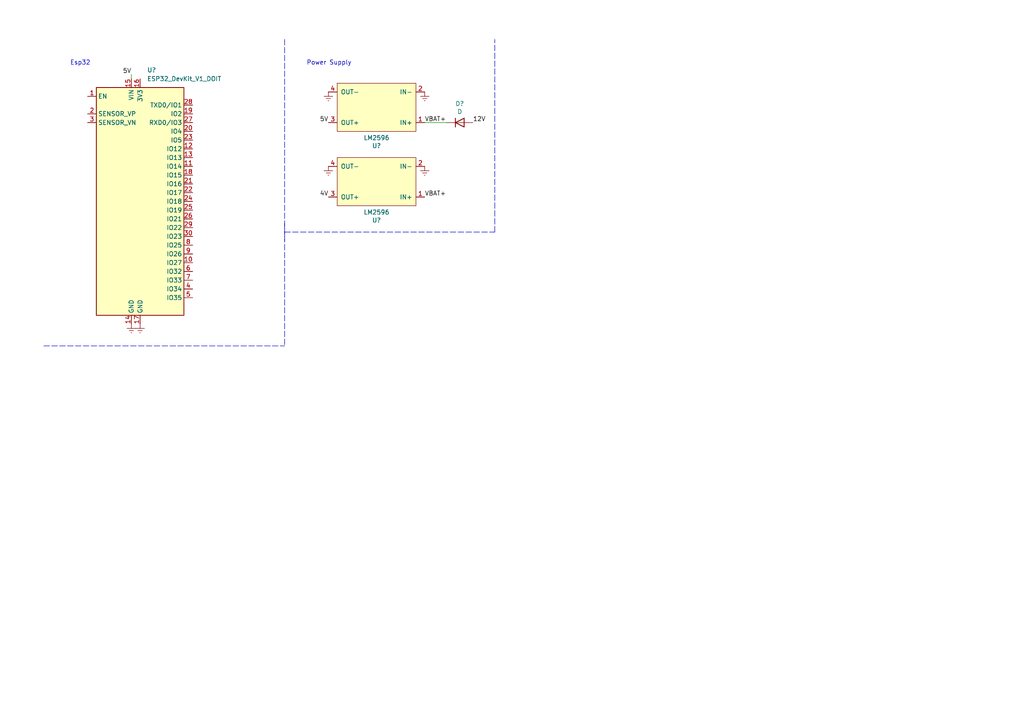
<source format=kicad_sch>
(kicad_sch (version 20211123) (generator eeschema)
  (paper "A4")
  (lib_symbols
    (symbol "Baja:LM2596" (pin_names (offset 1.016))
      (property "Reference" "U" (at 11.43 5.08 0))
      (property "Value" "Baja_LM2596" (at 11.43 7.62 0))
      (symbol "LM2596_1_1"
        (rectangle (start 0 13.97) (end 22.86 0) (fill (type background)))
        (pin input line (at -2.54 11.43 0) (length 2.54) (name "IN+") (number "1"))
        (pin input line (at -2.54 2.54 0) (length 2.54) (name "IN-") (number "2"))
        (pin input line (at 25.4 11.43 180) (length 2.54) (name "OUT+") (number "3"))
        (pin input line (at 25.4 2.54 180) (length 2.54) (name "OUT-") (number "4"))
      )
    )
    (symbol "Device:D" (pin_numbers hide) (pin_names (offset 1.016) hide)
      (property "Reference" "D" (at 0 2.54 0))
      (property "Value" "D" (at 0 -2.54 0))
      (symbol "D_0_1"
        (polyline (pts (xy -1.27 1.27) (xy -1.27 -1.27)) (stroke (width 0.254)))
        (polyline (pts (xy 1.27 0) (xy -1.27 0)))
        (polyline (pts (xy 1.27 1.27) (xy 1.27 -1.27) (xy -1.27 0) (xy 1.27 1.27)) (stroke (width 0.254)))
      )
      (symbol "D_1_1"
        (pin passive line (at -3.81 0 0) (length 2.54) (name "K") (number "1"))
        (pin passive line (at 3.81 0 180) (length 2.54) (name "A") (number "2"))
      )
    )
    (symbol "power:Earth" (power) (pin_names (offset 0))
      (symbol "Earth_0_1"
        (polyline (pts (xy -0.635 -1.905) (xy 0.635 -1.905)))
        (polyline (pts (xy -0.127 -2.54) (xy 0.127 -2.54)))
        (polyline (pts (xy 0 -1.27) (xy 0 0)))
        (polyline (pts (xy 1.27 -1.27) (xy -1.27 -1.27)))
      )
      (symbol "Earth_1_1"
        (pin power_in line (at 0 0 270) (length 0) hide (name "Earth") (number "1"))
      )
    )
    (symbol "scu-library:ESP32_DevKit_V1_DOIT"
      (property "Reference" "U" (at -11.43 34.29 0))
      (property "Value" "ESP32_DevKit_V1_DOIT" (at 11.43 34.29 0))
      (symbol "ESP32_DevKit_V1_DOIT_1_1"
        (rectangle (start -12.7 33.02) (end 12.7 -33.02) (stroke (width 0.254)) (fill (type background)))
        (pin input line (at -15.24 30.48 0) (length 2.54) (name "EN") (number "1"))
        (pin bidirectional line (at 15.24 -17.78 180) (length 2.54) (name "IO27") (number "10"))
        (pin bidirectional line (at 15.24 10.16 180) (length 2.54) (name "IO14") (number "11"))
        (pin bidirectional line (at 15.24 15.24 180) (length 2.54) (name "IO12") (number "12"))
        (pin bidirectional line (at 15.24 12.7 180) (length 2.54) (name "IO13") (number "13"))
        (pin power_in line (at -2.54 -35.56 90) (length 2.54) (name "GND") (number "14"))
        (pin power_in line (at -2.54 35.56 270) (length 2.54) (name "VIN") (number "15"))
        (pin power_in line (at 0 35.56 270) (length 2.54) (name "3V3") (number "16"))
        (pin power_in line (at 0 -35.56 90) (length 2.54) (name "GND") (number "17"))
        (pin bidirectional line (at 15.24 7.62 180) (length 2.54) (name "IO15") (number "18"))
        (pin bidirectional line (at 15.24 25.4 180) (length 2.54) (name "IO2") (number "19"))
        (pin input line (at -15.24 25.4 0) (length 2.54) (name "SENSOR_VP") (number "2"))
        (pin bidirectional line (at 15.24 20.32 180) (length 2.54) (name "IO4") (number "20"))
        (pin bidirectional line (at 15.24 5.08 180) (length 2.54) (name "IO16") (number "21"))
        (pin bidirectional line (at 15.24 2.54 180) (length 2.54) (name "IO17") (number "22"))
        (pin bidirectional line (at 15.24 17.78 180) (length 2.54) (name "IO5") (number "23"))
        (pin bidirectional line (at 15.24 0 180) (length 2.54) (name "IO18") (number "24"))
        (pin bidirectional line (at 15.24 -2.54 180) (length 2.54) (name "IO19") (number "25"))
        (pin bidirectional line (at 15.24 -5.08 180) (length 2.54) (name "IO21") (number "26"))
        (pin bidirectional line (at 15.24 22.86 180) (length 2.54) (name "RXD0/IO3") (number "27"))
        (pin bidirectional line (at 15.24 27.94 180) (length 2.54) (name "TXD0/IO1") (number "28"))
        (pin bidirectional line (at 15.24 -7.62 180) (length 2.54) (name "IO22") (number "29"))
        (pin input line (at -15.24 22.86 0) (length 2.54) (name "SENSOR_VN") (number "3"))
        (pin bidirectional line (at 15.24 -10.16 180) (length 2.54) (name "IO23") (number "30"))
        (pin input line (at 15.24 -25.4 180) (length 2.54) (name "IO34") (number "4"))
        (pin input line (at 15.24 -27.94 180) (length 2.54) (name "IO35") (number "5"))
        (pin bidirectional line (at 15.24 -20.32 180) (length 2.54) (name "IO32") (number "6"))
        (pin bidirectional line (at 15.24 -22.86 180) (length 2.54) (name "IO33") (number "7"))
        (pin bidirectional line (at 15.24 -12.7 180) (length 2.54) (name "IO25") (number "8"))
        (pin bidirectional line (at 15.24 -15.24 180) (length 2.54) (name "IO26") (number "9"))
      )
    )
  )
  (polyline (pts (xy 143.51 67.31) (xy 143.51 11.43)))
  (polyline (pts (xy 82.55 11.43) (xy 82.55 100.33)))
  (polyline (pts (xy 82.55 64.77) (xy 82.55 69.85)))
  (wire (pts (xy 38.1 21.59) (xy 38.1 22.86)))
  (polyline (pts (xy 82.55 67.31) (xy 143.51 67.31)))
  (polyline (pts (xy 12.7 100.33) (xy 82.55 100.33)))
  (wire (pts (xy 123.19 35.56) (xy 129.54 35.56)))
  (text "Power Supply\n" (at 88.9 19.05 0) (effects (font (size 1.27 1.27)) (justify left bottom)))
  (text "Esp32" (at 20.32 19.05 0) (effects (font (size 1.27 1.27)) (justify left bottom)))
  (label "VBAT+" (at 123.19 57.15 0))
  (label "12V" (at 137.16 35.56 0))
  (label "5V" (at 38.1 21.59 180))
  (label "5V" (at 95.25 35.56 180))
  (label "VBAT+" (at 123.19 35.56 0))
  (label "4V" (at 95.25 57.15 180))
  (symbol (lib_id "Baja:LM2596") (at 120.65 24.13 180) (unit 1)
    (property "Reference" "U?" (at 109.22 42.291 0))
    (property "Value" "LM2596" (at 109.22 39.9796 0))
    (property "Footprint" "custom_library:LM2596 MINI 360" (effects hide))
  )
  (symbol (lib_id "Baja:LM2596") (at 120.65 45.72 180) (unit 1)
    (property "Reference" "U?" (at 109.22 63.881 0))
    (property "Value" "LM2596" (at 109.22 61.5696 0))
    (property "Footprint" "custom_library:LM2596 MINI 360" (effects hide))
  )
  (symbol (lib_id "power:Earth") (at 40.64 93.98 0) (unit 1)
    (property "Reference" "#PWR?" (effects hide))
    (property "Value" "Earth" (effects hide))
  )
  (symbol (lib_id "scu-library:ESP32_DevKit_V1_DOIT") (at 40.64 58.42 0) (unit 1)
    (property "Reference" "U?" (at 42.6594 20.32 0) (effects (justify left)))
    (property "Value" "ESP32_DevKit_V1_DOIT" (at 42.6594 22.86 0) (effects (justify left)))
    (property "Footprint" "scu-Library:esp32_devkit_v1_doit" (effects hide))
    (property "Datasheet" "https://aliexpress.com/item/32864722159.html" (effects hide))
  )
  (symbol (lib_id "power:Earth") (at 95.25 26.67 0) (unit 1)
    (property "Reference" "#PWR?" (effects hide))
    (property "Value" "Earth" (effects hide))
  )
  (symbol (lib_id "power:Earth") (at 123.19 26.67 0) (unit 1)
    (property "Reference" "#PWR?" (effects hide))
    (property "Value" "Earth" (effects hide))
  )
  (symbol (lib_id "Device:D") (at 133.35 35.56 0) (unit 1)
    (property "Reference" "D?" (at 133.35 30.0736 0))
    (property "Value" "D" (at 133.35 32.385 0))
    (property "Footprint" "custom_library:schottky" (effects hide))
  )
  (symbol (lib_id "power:Earth") (at 95.25 48.26 0) (unit 1)
    (property "Reference" "#PWR?" (effects hide))
    (property "Value" "Earth" (effects hide))
  )
  (symbol (lib_id "power:Earth") (at 38.1 93.98 0) (unit 1)
    (property "Reference" "#PWR?" (effects hide))
    (property "Value" "Earth" (effects hide))
  )
  (symbol (lib_id "power:Earth") (at 123.19 48.26 0) (unit 1)
    (property "Reference" "#PWR?" (effects hide))
    (property "Value" "Earth" (effects hide))
  )
)
</source>
